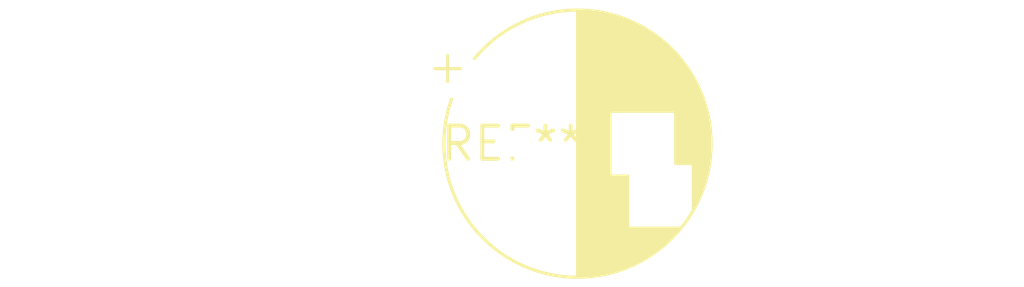
<source format=kicad_pcb>
(kicad_pcb (version 20240108) (generator pcbnew)
  (layers (0 "F.Cu" signal) (31 "B.Cu" signal) (34 "B.Paste" user) (35 "F.Paste" user) (36 "B.SilkS" user "B.Silkscreen") (37 "F.SilkS" user "F.Silkscreen") (38 "B.Mask" user) (39 "F.Mask" user) (44 "Edge.Cuts" user))
  (net 0 "")
  (footprint "CP_Radial_D10.0mm_P5.00mm_P7.50mm" (layer "F.Cu") (at 0 0)
    (property "Reference" "REF**")
    (property "Value" "CP_Radial_D10.0mm_P5.00mm_P7.50mm")
    (fp_line (start -2.979646 -2.875) (end -1.979646 -2.875) (layer "F.SilkS") (stroke (width 0.12)))
    (fp_line (start -2.479646 -3.375) (end -2.479646 -2.375) (layer "F.SilkS") (stroke (width 0.12)))
    (fp_line (start 2.5 -5.08) (end 2.5 5.08) (layer "F.SilkS") (stroke (width 0.12)))
    (fp_line (start 2.54 -5.08) (end 2.54 5.08) (layer "F.SilkS") (stroke (width 0.12)))
    (fp_line (start 2.58 -5.08) (end 2.58 5.08) (layer "F.SilkS") (stroke (width 0.12)))
    (fp_line (start 2.62 -5.079) (end 2.62 5.079) (layer "F.SilkS") (stroke (width 0.12)))
    (fp_line (start 2.66 -5.078) (end 2.66 5.078) (layer "F.SilkS") (stroke (width 0.12)))
    (fp_line (start 2.7 -5.077) (end 2.7 5.077) (layer "F.SilkS") (stroke (width 0.12)))
    (fp_line (start 2.74 -5.075) (end 2.74 5.075) (layer "F.SilkS") (stroke (width 0.12)))
    (fp_line (start 2.78 -5.073) (end 2.78 5.073) (layer "F.SilkS") (stroke (width 0.12)))
    (fp_line (start 2.82 -5.07) (end 2.82 5.07) (layer "F.SilkS") (stroke (width 0.12)))
    (fp_line (start 2.86 -5.068) (end 2.86 5.068) (layer "F.SilkS") (stroke (width 0.12)))
    (fp_line (start 2.9 -5.065) (end 2.9 5.065) (layer "F.SilkS") (stroke (width 0.12)))
    (fp_line (start 2.94 -5.062) (end 2.94 5.062) (layer "F.SilkS") (stroke (width 0.12)))
    (fp_line (start 2.98 -5.058) (end 2.98 5.058) (layer "F.SilkS") (stroke (width 0.12)))
    (fp_line (start 3.02 -5.054) (end 3.02 5.054) (layer "F.SilkS") (stroke (width 0.12)))
    (fp_line (start 3.06 -5.05) (end 3.06 5.05) (layer "F.SilkS") (stroke (width 0.12)))
    (fp_line (start 3.1 -5.045) (end 3.1 5.045) (layer "F.SilkS") (stroke (width 0.12)))
    (fp_line (start 3.14 -5.04) (end 3.14 5.04) (layer "F.SilkS") (stroke (width 0.12)))
    (fp_line (start 3.18 -5.035) (end 3.18 5.035) (layer "F.SilkS") (stroke (width 0.12)))
    (fp_line (start 3.221 -5.03) (end 3.221 5.03) (layer "F.SilkS") (stroke (width 0.12)))
    (fp_line (start 3.261 -5.024) (end 3.261 5.024) (layer "F.SilkS") (stroke (width 0.12)))
    (fp_line (start 3.301 -5.018) (end 3.301 5.018) (layer "F.SilkS") (stroke (width 0.12)))
    (fp_line (start 3.341 -5.011) (end 3.341 5.011) (layer "F.SilkS") (stroke (width 0.12)))
    (fp_line (start 3.381 -5.004) (end 3.381 5.004) (layer "F.SilkS") (stroke (width 0.12)))
    (fp_line (start 3.421 -4.997) (end 3.421 4.997) (layer "F.SilkS") (stroke (width 0.12)))
    (fp_line (start 3.461 -4.99) (end 3.461 4.99) (layer "F.SilkS") (stroke (width 0.12)))
    (fp_line (start 3.501 -4.982) (end 3.501 4.982) (layer "F.SilkS") (stroke (width 0.12)))
    (fp_line (start 3.541 -4.974) (end 3.541 4.974) (layer "F.SilkS") (stroke (width 0.12)))
    (fp_line (start 3.581 -4.965) (end 3.581 4.965) (layer "F.SilkS") (stroke (width 0.12)))
    (fp_line (start 3.621 -4.956) (end 3.621 4.956) (layer "F.SilkS") (stroke (width 0.12)))
    (fp_line (start 3.661 -4.947) (end 3.661 4.947) (layer "F.SilkS") (stroke (width 0.12)))
    (fp_line (start 3.701 -4.938) (end 3.701 4.938) (layer "F.SilkS") (stroke (width 0.12)))
    (fp_line (start 3.741 -4.928) (end 3.741 4.928) (layer "F.SilkS") (stroke (width 0.12)))
    (fp_line (start 3.781 -4.918) (end 3.781 -1.241) (layer "F.SilkS") (stroke (width 0.12)))
    (fp_line (start 3.781 1.241) (end 3.781 4.918) (layer "F.SilkS") (stroke (width 0.12)))
    (fp_line (start 3.821 -4.907) (end 3.821 -1.241) (layer "F.SilkS") (stroke (width 0.12)))
    (fp_line (start 3.821 1.241) (end 3.821 4.907) (layer "F.SilkS") (stroke (width 0.12)))
    (fp_line (start 3.861 -4.897) (end 3.861 -1.241) (layer "F.SilkS") (stroke (width 0.12)))
    (fp_line (start 3.861 1.241) (end 3.861 4.897) (layer "F.SilkS") (stroke (width 0.12)))
    (fp_line (start 3.901 -4.885) (end 3.901 -1.241) (layer "F.SilkS") (stroke (width 0.12)))
    (fp_line (start 3.901 1.241) (end 3.901 4.885) (layer "F.SilkS") (stroke (width 0.12)))
    (fp_line (start 3.941 -4.874) (end 3.941 -1.241) (layer "F.SilkS") (stroke (width 0.12)))
    (fp_line (start 3.941 1.241) (end 3.941 4.874) (layer "F.SilkS") (stroke (width 0.12)))
    (fp_line (start 3.981 -4.862) (end 3.981 -1.241) (layer "F.SilkS") (stroke (width 0.12)))
    (fp_line (start 3.981 1.241) (end 3.981 4.862) (layer "F.SilkS") (stroke (width 0.12)))
    (fp_line (start 4.021 -4.85) (end 4.021 -1.241) (layer "F.SilkS") (stroke (width 0.12)))
    (fp_line (start 4.021 1.241) (end 4.021 4.85) (layer "F.SilkS") (stroke (width 0.12)))
    (fp_line (start 4.061 -4.837) (end 4.061 -1.241) (layer "F.SilkS") (stroke (width 0.12)))
    (fp_line (start 4.061 1.241) (end 4.061 4.837) (layer "F.SilkS") (stroke (width 0.12)))
    (fp_line (start 4.101 -4.824) (end 4.101 -1.241) (layer "F.SilkS") (stroke (width 0.12)))
    (fp_line (start 4.101 1.241) (end 4.101 4.824) (layer "F.SilkS") (stroke (width 0.12)))
    (fp_line (start 4.141 -4.811) (end 4.141 -1.241) (layer "F.SilkS") (stroke (width 0.12)))
    (fp_line (start 4.141 1.241) (end 4.141 4.811) (layer "F.SilkS") (stroke (width 0.12)))
    (fp_line (start 4.181 -4.797) (end 4.181 -1.241) (layer "F.SilkS") (stroke (width 0.12)))
    (fp_line (start 4.181 1.241) (end 4.181 4.797) (layer "F.SilkS") (stroke (width 0.12)))
    (fp_line (start 4.221 -4.783) (end 4.221 -1.241) (layer "F.SilkS") (stroke (width 0.12)))
    (fp_line (start 4.221 1.241) (end 4.221 4.783) (layer "F.SilkS") (stroke (width 0.12)))
    (fp_line (start 4.261 -4.768) (end 4.261 -1.241) (layer "F.SilkS") (stroke (width 0.12)))
    (fp_line (start 4.261 1.241) (end 4.261 4.768) (layer "F.SilkS") (stroke (width 0.12)))
    (fp_line (start 4.301 -4.754) (end 4.301 -1.241) (layer "F.SilkS") (stroke (width 0.12)))
    (fp_line (start 4.301 1.241) (end 4.301 4.754) (layer "F.SilkS") (stroke (width 0.12)))
    (fp_line (start 4.341 -4.738) (end 4.341 -1.241) (layer "F.SilkS") (stroke (width 0.12)))
    (fp_line (start 4.341 1.241) (end 4.341 4.738) (layer "F.SilkS") (stroke (width 0.12)))
    (fp_line (start 4.381 -4.723) (end 4.381 -1.241) (layer "F.SilkS") (stroke (width 0.12)))
    (fp_line (start 4.381 1.241) (end 4.381 4.723) (layer "F.SilkS") (stroke (width 0.12)))
    (fp_line (start 4.421 -4.707) (end 4.421 -1.241) (layer "F.SilkS") (stroke (width 0.12)))
    (fp_line (start 4.421 1.241) (end 4.421 4.707) (layer "F.SilkS") (stroke (width 0.12)))
    (fp_line (start 4.461 -4.69) (end 4.461 -1.241) (layer "F.SilkS") (stroke (width 0.12)))
    (fp_line (start 4.461 3.24) (end 4.461 4.69) (layer "F.SilkS") (stroke (width 0.12)))
    (fp_line (start 4.501 -4.674) (end 4.501 -1.241) (layer "F.SilkS") (stroke (width 0.12)))
    (fp_line (start 4.501 3.24) (end 4.501 4.674) (layer "F.SilkS") (stroke (width 0.12)))
    (fp_line (start 4.541 -4.657) (end 4.541 -1.241) (layer "F.SilkS") (stroke (width 0.12)))
    (fp_line (start 4.541 3.24) (end 4.541 4.657) (layer "F.SilkS") (stroke (width 0.12)))
    (fp_line (start 4.581 -4.639) (end 4.581 -1.241) (layer "F.SilkS") (stroke (width 0.12)))
    (fp_line (start 4.581 3.24) (end 4.581 4.639) (layer "F.SilkS") (stroke (width 0.12)))
    (fp_line (start 4.621 -4.621) (end 4.621 -1.241) (layer "F.SilkS") (stroke (width 0.12)))
    (fp_line (start 4.621 3.24) (end 4.621 4.621) (layer "F.SilkS") (stroke (width 0.12)))
    (fp_line (start 4.661 -4.603) (end 4.661 -1.241) (layer "F.SilkS") (stroke (width 0.12)))
    (fp_line (start 4.661 3.24) (end 4.661 4.603) (layer "F.SilkS") (stroke (width 0.12)))
    (fp_line (start 4.701 -4.584) (end 4.701 -1.241) (layer "F.SilkS") (stroke (width 0.12)))
    (fp_line (start 4.701 3.24) (end 4.701 4.584) (layer "F.SilkS") (stroke (width 0.12)))
    (fp_line (start 4.741 -4.564) (end 4.741 -1.241) (layer "F.SilkS") (stroke (width 0.12)))
    (fp_line (start 4.741 3.24) (end 4.741 4.564) (layer "F.SilkS") (stroke (width 0.12)))
    (fp_line (start 4.781 -4.545) (end 4.781 -1.241) (layer "F.SilkS") (stroke (width 0.12)))
    (fp_line (start 4.781 3.24) (end 4.781 4.545) (layer "F.SilkS") (stroke (width 0.12)))
    (fp_line (start 4.821 -4.525) (end 4.821 -1.241) (layer "F.SilkS") (stroke (width 0.12)))
    (fp_line (start 4.821 3.24) (end 4.821 4.525) (layer "F.SilkS") (stroke (width 0.12)))
    (fp_line (start 4.861 -4.504) (end 4.861 -1.241) (layer "F.SilkS") (stroke (width 0.12)))
    (fp_line (start 4.861 3.24) (end 4.861 4.504) (layer "F.SilkS") (stroke (width 0.12)))
    (fp_line (start 4.901 -4.483) (end 4.901 -1.241) (layer "F.SilkS") (stroke (width 0.12)))
    (fp_line (start 4.901 3.24) (end 4.901 4.483) (layer "F.SilkS") (stroke (width 0.12)))
    (fp_line (start 4.941 -4.462) (end 4.941 -1.241) (layer "F.SilkS") (stroke (width 0.12)))
    (fp_line (start 4.941 3.24) (end 4.941 4.462) (layer "F.SilkS") (stroke (width 0.12)))
    (fp_line (start 4.981 -4.44) (end 4.981 -1.241) (layer "F.SilkS") (stroke (width 0.12)))
    (fp_line (start 4.981 3.24) (end 4.981 4.44) (layer "F.SilkS") (stroke (width 0.12)))
    (fp_line (start 5.021 -4.417) (end 5.021 -1.241) (layer "F.SilkS") (stroke (width 0.12)))
    (fp_line (start 5.021 3.24) (end 5.021 4.417) (layer "F.SilkS") (stroke (width 0.12)))
    (fp_line (start 5.061 -4.395) (end 5.061 -1.241) (layer "F.SilkS") (stroke (width 0.12)))
    (fp_line (start 5.061 3.24) (end 5.061 4.395) (layer "F.SilkS") (stroke (width 0.12)))
    (fp_line (start 5.101 -4.371) (end 5.101 -1.241) (layer "F.SilkS") (stroke (width 0.12)))
    (fp_line (start 5.101 3.24) (end 5.101 4.371) (layer "F.SilkS") (stroke (width 0.12)))
    (fp_line (start 5.141 -4.347) (end 5.141 -1.241) (layer "F.SilkS") (stroke (width 0.12)))
    (fp_line (start 5.141 3.24) (end 5.141 4.347) (layer "F.SilkS") (stroke (width 0.12)))
    (fp_line (start 5.181 -4.323) (end 5.181 -1.241) (layer "F.SilkS") (stroke (width 0.12)))
    (fp_line (start 5.181 3.24) (end 5.181 4.323) (layer "F.SilkS") (stroke (width 0.12)))
    (fp_line (start 5.221 -4.298) (end 5.221 -1.241) (layer "F.SilkS") (stroke (width 0.12)))
    (fp_line (start 5.221 3.24) (end 5.221 4.298) (layer "F.SilkS") (stroke (width 0.12)))
    (fp_line (start 5.261 -4.273) (end 5.261 -1.241) (layer "F.SilkS") (stroke (width 0.12)))
    (fp_line (start 5.261 3.24) (end 5.261 4.273) (layer "F.SilkS") (stroke (width 0.12)))
    (fp_line (start 5.301 -4.247) (end 5.301 -1.241) (layer "F.SilkS") (stroke (width 0.12)))
    (fp_line (start 5.301 3.24) (end 5.301 4.247) (layer "F.SilkS") (stroke (width 0.12)))
    (fp_line (start 5.341 -4.221) (end 5.341 -1.241) (layer "F.SilkS") (stroke (width 0.12)))
    (fp_line (start 5.341 3.24) (end 5.341 4.221) (layer "F.SilkS") (stroke (width 0.12)))
    (fp_line (start 5.381 -4.194) (end 5.381 -1.241) (layer "F.SilkS") (stroke (width 0.12)))
    (fp_line (start 5.381 3.24) (end 5.381 4.194) (layer "F.SilkS") (stroke (width 0.12)))
    (fp_line (start 5.421 -4.166) (end 5.421 -1.241) (layer "F.SilkS") (stroke (width 0.12)))
    (fp_line (start 5.421 3.24) (end 5.421 4.166) (layer "F.SilkS") (stroke (width 0.12)))
    (fp_line (start 5.461 -4.138) (end 5.461 -1.241) (layer "F.SilkS") (stroke (width 0.12)))
    (fp_line (start 5.461 3.24) (end 5.461 4.138) (layer "F.SilkS") (stroke (width 0.12)))
    (fp_line (start 5.501 -4.11) (end 5.501 -1.241) (layer "F.SilkS") (stroke (width 0.12)))
    (fp_line (start 5.501 3.24) (end 5.501 4.11) (layer "F.SilkS") (stroke (width 0.12)))
    (fp_line (start 5.541 -4.08) (end 5.541 -1.241) (layer "F.SilkS") (stroke (width 0.12)))
    (fp_line (start 5.541 3.24) (end 5.541 4.08) (layer "F.SilkS") (stroke (width 0.12)))
    (fp_line (start 5.581 -4.05) (end 5.581 -1.241) (layer "F.SilkS") (stroke (width 0.12)))
    (fp_line (start 5.581 3.24) (end 5.581 4.05) (layer "F.SilkS") (stroke (width 0.12)))
    (fp_line (start 5.621 -4.02) (end 5.621 -1.241) (layer "F.SilkS") (stroke (width 0.12)))
    (fp_line (start 5.621 3.24) (end 5.621 4.02) (layer "F.SilkS") (stroke (width 0.12)))
    (fp_line (start 5.661 -3.989) (end 5.661 -1.241) (layer "F.SilkS") (stroke (width 0.12)))
    (fp_line (start 5.661 3.24) (end 5.661 3.989) (layer "F.SilkS") (stroke (width 0.12)))
    (fp_line (start 5.701 -3.957) (end 5.701 -1.241) (layer "F.SilkS") (stroke (width 0.12)))
    (fp_line (start 5.701 3.24) (end 5.701 3.957) (layer "F.SilkS") (stroke (width 0.12)))
    (fp_line (start 5.741 -3.925) (end 5.741 -1.241) (layer "F.SilkS") (stroke (width 0.12)))
    (fp_line (start 5.741 3.24) (end 5.741 3.925) (layer "F.SilkS") (stroke (width 0.12)))
    (fp_line (start 5.781 -3.892) (end 5.781 -1.241) (layer "F.SilkS") (stroke (width 0.12)))
    (fp_line (start 5.781 3.24) (end 5.781 3.892) (layer "F.SilkS") (stroke (width 0.12)))
    (fp_line (start 5.821 -3.858) (end 5.821 -1.241) (layer "F.SilkS") (stroke (width 0.12)))
    (fp_line (start 5.821 3.24) (end 5.821 3.858) (layer "F.SilkS") (stroke (width 0.12)))
    (fp_line (start 5.861 -3.824) (end 5.861 -1.241) (layer "F.SilkS") (stroke (width 0.12)))
    (fp_line (start 5.861 3.24) (end 5.861 3.824) (layer "F.SilkS") (stroke (width 0.12)))
    (fp_line (start 5.901 -3.789) (end 5.901 -1.241) (layer "F.SilkS") (stroke (width 0.12)))
    (fp_line (start 5.901 3.24) (end 5.901 3.789) (layer "F.SilkS") (stroke (width 0.12)))
    (fp_line (start 5.941 -3.753) (end 5.941 -1.241) (layer "F.SilkS") (stroke (width 0.12)))
    (fp_line (start 5.941 3.24) (end 5.941 3.753) (layer "F.SilkS") (stroke (width 0.12)))
    (fp_line (start 5.981 -3.716) (end 5.981 -1.241) (layer "F.SilkS") (stroke (width 0.12)))
    (fp_line (start 5.981 3.24) (end 5.981 3.716) (layer "F.SilkS") (stroke (width 0.12)))
    (fp_line (start 6.021 -3.679) (end 6.021 -1.241) (layer "F.SilkS") (stroke (width 0.12)))
    (fp_line (start 6.021 3.24) (end 6.021 3.679) (layer "F.SilkS") (stroke (width 0.12)))
    (fp_line (start 6.061 -3.64) (end 6.061 -1.241) (layer "F.SilkS") (stroke (width 0.12)))
    (fp_line (start 6.061 3.24) (end 6.061 3.64) (layer "F.SilkS") (stroke (width 0.12)))
    (fp_line (start 6.101 -3.601) (end 6.101 -1.241) (layer "F.SilkS") (stroke (width 0.12)))
    (fp_line (start 6.101 3.24) (end 6.101 3.601) (layer "F.SilkS") (stroke (width 0.12)))
    (fp_line (start 6.141 -3.561) (end 6.141 -1.241) (layer "F.SilkS") (stroke (width 0.12)))
    (fp_line (start 6.141 3.24) (end 6.141 3.561) (layer "F.SilkS") (stroke (width 0.12)))
    (fp_line (start 6.181 -3.52) (end 6.181 -1.241) (layer "F.SilkS") (stroke (width 0.12)))
    (fp_line (start 6.181 3.24) (end 6.181 3.52) (layer "F.SilkS") (stroke (width 0.12)))
    (fp_line (start 6.221 -3.478) (end 6.221 -1.241) (layer "F.SilkS") (stroke (width 0.12)))
    (fp_line (start 6.221 3.24) (end 6.221 3.478) (layer "F.SilkS") (stroke (width 0.12)))
    (fp_line (start 6.261 -3.436) (end 6.261 0.76) (layer "F.SilkS") (stroke (width 0.12)))
    (fp_line (start 6.261 3.24) (end 6.261 3.436) (layer "F.SilkS") (stroke (width 0.12)))
    (fp_line (start 6.301 -3.392) (end 6.301 0.76) (layer "F.SilkS") (stroke (width 0.12)))
    (fp_line (start 6.301 3.24) (end 6.301 3.392) (layer "F.SilkS") (stroke (width 0.12)))
    (fp_line (start 6.341 -3.347) (end 6.341 0.76) (layer "F.SilkS") (stroke (width 0.12)))
    (fp_line (start 6.341 3.24) (end 6.341 3.347) (layer "F.SilkS") (stroke (width 0.12)))
    (fp_line (start 6.381 -3.301) (end 6.381 0.76) (layer "F.SilkS") (stroke (width 0.12)))
    (fp_line (start 6.381 3.24) (end 6.381 3.301) (layer "F.SilkS") (stroke (width 0.12)))
    (fp_line (start 6.421 -3.254) (end 6.421 0.76) (layer "F.SilkS") (stroke (width 0.12)))
    (fp_line (start 6.421 3.24) (end 6.421 3.254) (layer "F.SilkS") (stroke (width 0.12)))
    (fp_line (start 6.461 -3.206) (end 6.461 0.76) (layer "F.SilkS") (stroke (width 0.12)))
    (fp_line (start 6.501 -3.156) (end 6.501 0.76) (layer "F.SilkS") (stroke (width 0.12)))
    (fp_line (start 6.541 -3.106) (end 6.541 0.76) (layer "F.SilkS") (stroke (width 0.12)))
    (fp_line (start 6.581 -3.054) (end 6.581 0.76) (layer "F.SilkS") (stroke (width 0.12)))
    (fp_line (start 6.621 -3) (end 6.621 0.76) (layer "F.SilkS") (stroke (width 0.12)))
    (fp_line (start 6.661 -2.945) (end 6.661 0.76) (layer "F.SilkS") (stroke (width 0.12)))
    (fp_line (start 6.701 -2.889) (end 6.701 0.76) (layer "F.SilkS") (stroke (width 0.12)))
    (fp_line (start 6.741 -2.83) (end 6.741 0.76) (layer "F.SilkS") (stroke (width 0.12)))
    (fp_line (start 6.781 -2.77) (end 6.781 0.76) (layer "F.SilkS") (stroke (width 0.12)))
    (fp_line (start 6.821 -2.709) (end 6.821 0.76) (layer "F.SilkS") (stroke (width 0.12)))
    (fp_line (start 6.861 -2.645) (end 6.861 0.76) (layer "F.SilkS") (stroke (width 0.12)))
    (fp_line (start 6.901 -2.579) (end 6.901 0.76) (layer "F.SilkS") (stroke (width 0.12)))
    (fp_line (start 6.941 -2.51) (end 6.941 2.51) (layer "F.SilkS") (stroke (width 0.12)))
    (fp_line (start 6.981 -2.439) (end 6.981 2.439) (layer "F.SilkS") (stroke (width 0.12)))
    (fp_line (start 7.021 -2.365) (end 7.021 2.365) (layer "F.SilkS") (stroke (width 0.12)))
    (fp_line (start 7.061 -2.289) (end 7.061 2.289) (layer "F.SilkS") (stroke (width 0.12)))
    (fp_line (start 7.101 -2.209) (end 7.101 2.209) (layer "F.SilkS") (stroke (width 0.12)))
    (fp_line (start 7.141 -2.125) (end 7.141 2.125) (layer "F.SilkS") (stroke (width 0.12)))
    (fp_line (start 7.181 -2.037) (end 7.181 2.037) (layer "F.SilkS") (stroke (width 0.12)))
    (fp_line (start 7.221 -1.944) (end 7.221 1.944) (layer "F.SilkS") (stroke (width 0.12)))
    (fp_line (start 7.261 -1.846) (end 7.261 1.846) (layer "F.SilkS") (stroke (width 0.12)))
    (fp_line (start 7.301 -1.742) (end 7.301 1.742) (layer "F.SilkS") (stroke (width 0.12)))
    (fp_line (start 7.341 -1.63) (end 7.341 1.63) (layer "F.SilkS") (stroke (width 0.12)))
    (fp_line (start 7.381 -1.51) (end 7.381 1.51) (layer "F.SilkS") (stroke (width 0.12)))
    (fp_line (start 7.421 -1.378) (end 7.421 1.378) (layer "F.SilkS") (stroke (width 0.12)))
    (fp_line (start 7.461 -1.23) (end 7.461 1.23) (layer "F.SilkS") (stroke (width 0.12)))
    (fp_line (start 7.501 -1.062) (end 7.501 1.062) (layer "F.SilkS") (stroke (width 0.12)))
    (fp_line (start 7.541 -0.862) (end 7.541 0.862) (layer "F.SilkS") (stroke (width 0.12)))
    (fp_line (start 7.581 -0.599) (end 7.581 0.599) (layer "F.SilkS") (stroke (width 0.12)))
    (fp_arc (start -1.448012 -3.26) (mid 6.954126 2.524908) (end -2.324903 -1.713098) (layer "F.SilkS") (stroke (width 0.12)))
    (pad "1" thru_hole rect (at -0.672144 -2) (size 2 2) (drill 1) (layers *.Cu *.Mask) (remove_unused_layers))
    (pad "1" thru_hole rect (at 0 0) (size 2 2) (drill 1) (layers *.Cu *.Mask) (remove_unused_layers))
    (pad "2" thru_hole circle (at 5 0) (size 2 2) (drill 1) (layers *.Cu *.Mask) (remove_unused_layers))
    (pad "2" thru_hole circle (at 5.672144 2) (size 2 2) (drill 1) (layers *.Cu *.Mask) (remove_unused_layers))
  )
)
</source>
